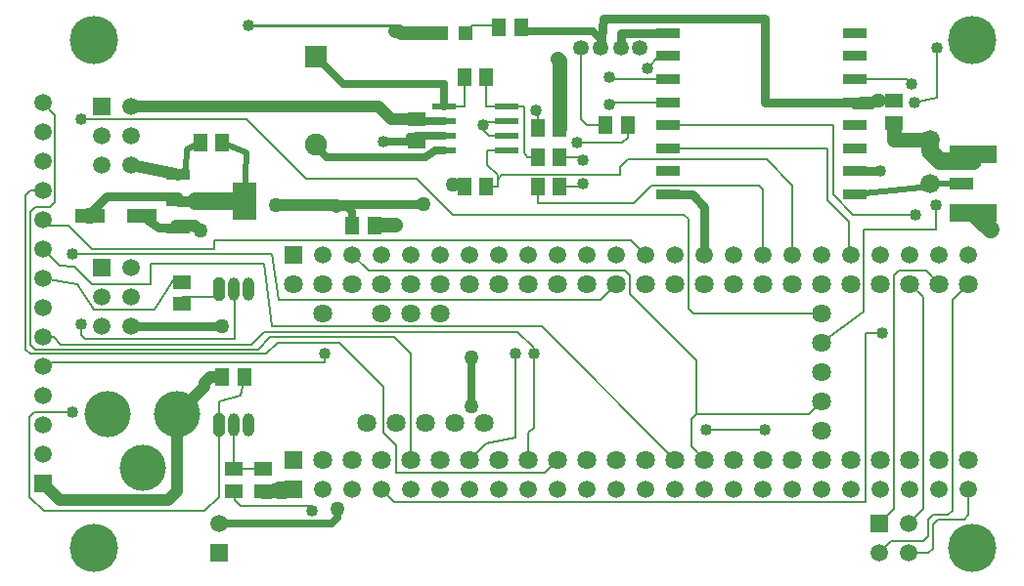
<source format=gtl>
G04 DipTrace 3.0.0.2*
G04 Teensy3.6TouchDisplayLoRa.gtl*
%MOIN*%
G04 #@! TF.FileFunction,Copper,L1,Top*
G04 #@! TF.Part,Single*
%AMOUTLINE4*
4,1,8,
-0.019685,-0.029528,
-0.009843,-0.03937,
0.009843,-0.03937,
0.019685,-0.029528,
0.019685,0.029528,
0.009843,0.03937,
-0.009843,0.03937,
-0.019685,0.029528,
-0.019685,-0.029528,
0*%
%AMOUTLINE7*
4,1,4,
-0.03937,-0.015748,
0.03937,-0.015748,
0.03937,0.015748,
-0.03937,0.015748,
-0.03937,-0.015748,
0*%
%AMOUTLINE8*
4,1,4,
0.03937,0.015748,
-0.03937,0.015748,
-0.03937,-0.015748,
0.03937,-0.015748,
0.03937,0.015748,
0*%
%AMOUTLINE9*
4,1,4,
0.08,-0.03,
0.08,0.03,
-0.08,0.03,
-0.08,-0.03,
0.08,-0.03,
0*%
%AMOUTLINE10*
4,1,4,
0.04,-0.02,
0.04,0.02,
-0.04,0.02,
-0.04,-0.02,
0.04,-0.02,
0*%
G04 #@! TA.AperFunction,ViaPad*
%ADD13C,0.04*%
G04 #@! TA.AperFunction,Conductor*
%ADD14C,0.025*%
%ADD15C,0.03*%
%ADD16C,0.02*%
%ADD18C,0.008*%
%ADD19C,0.06*%
%ADD20C,0.059055*%
%ADD22C,0.051181*%
%ADD24C,0.031496*%
%ADD25C,0.047244*%
%ADD27C,0.01*%
%ADD28C,0.037402*%
G04 #@! TA.AperFunction,ViaPad*
%ADD29C,0.05*%
G04 #@! TA.AperFunction,ComponentPad*
%ADD31C,0.066*%
%ADD32R,0.051181X0.059055*%
%ADD33R,0.059055X0.051181*%
%ADD35R,0.1X0.05*%
G04 #@! TA.AperFunction,ComponentPad*
%ADD36C,0.15748*%
%ADD37R,0.059055X0.059055*%
%ADD38C,0.059055*%
%ADD40C,0.05315*%
%ADD41R,0.047244X0.047244*%
G04 #@! TA.AperFunction,ComponentPad*
%ADD42O,0.03937X0.07874*%
%ADD43R,0.074803X0.074803*%
%ADD44C,0.074803*%
%ADD46R,0.064173X0.064173*%
%ADD47C,0.064173*%
%ADD50R,0.084646X0.037402*%
%ADD51R,0.084646X0.127953*%
%ADD52R,0.07874X0.023622*%
G04 #@! TA.AperFunction,ViaPad*
%ADD56C,0.165*%
G04 #@! TA.AperFunction,ComponentPad*
%ADD117OUTLINE4*%
%ADD120OUTLINE7*%
%ADD121OUTLINE8*%
%ADD122OUTLINE9*%
%ADD123OUTLINE10*%
%FSLAX26Y26*%
G04*
G70*
G90*
G75*
G01*
G04 Top*
%LPD*%
X1549830Y1612323D2*
D14*
Y1657572D1*
X1533701Y1673701D1*
X1493701D1*
D13*
Y1681066D1*
X1287357D1*
X1031134Y1593575D2*
X1012386Y1612323D1*
X947284D1*
D15*
X954528Y1603150D1*
X831201Y1643701D2*
X887399Y1606074D1*
X954528Y1603150D1*
X3343391Y2037278D2*
D14*
X3333656D1*
X3317701Y2021323D1*
X3262598D1*
Y2033071D1*
X3281701D1*
X3285990Y2037360D1*
X3393701D1*
X2393701Y2218701D2*
X2399740D1*
Y2243507D1*
X2368494Y2274753D1*
X2124822D1*
Y2287439D1*
X1499835Y643675D2*
Y615835D1*
X1477701Y593701D1*
X1093701D1*
X1956037Y1162370D2*
Y993701D1*
X1953701D1*
X2393701Y2218701D2*
D15*
X2405990Y2318499D1*
X2955932D1*
Y2033071D1*
X3262598D1*
X1493701Y1681066D2*
Y1685209D1*
X1793583D1*
X1892630Y1751251D2*
D18*
X1931299Y1743701D1*
X793701Y1268701D2*
D15*
X1106126D1*
X1549950Y1512454D2*
D18*
X1604704Y1457701D1*
X2479701D1*
X2495701Y1441701D1*
Y1377701D1*
X2721701Y1151701D1*
Y967701D1*
X3105197D1*
X3149950Y1012454D1*
X2749950Y812454D2*
X2705701Y856704D1*
Y951701D1*
X2721701Y967701D1*
X2953701Y913701D2*
X2753701D1*
X2649950Y812454D2*
X2193795Y1268609D1*
X1274858D1*
X1249861Y1481087D1*
X863163D1*
Y1410647D1*
X662044D1*
X602044Y1470647D1*
X551701Y1473701D1*
X493701Y1531701D1*
Y1631701D2*
Y1612323D1*
X581181D1*
X662423Y1531082D1*
X1078820D1*
Y1562328D1*
X2500076D1*
X2549950Y1512454D1*
X2449950Y1412454D2*
X2395197Y1357701D1*
X1299596D1*
X1274268Y1513701D1*
X593701D1*
X2313701Y1893701D2*
X2469701D1*
X2487042Y1911042D1*
Y1956037D1*
X1649950Y712454D2*
X1692704Y669701D1*
X3299646D1*
Y1243612D1*
X3355890D1*
X3455879Y2093523D2*
X3437591Y2111811D1*
X3262598D1*
X2424738Y2024780D2*
X2433029Y2033071D1*
X2624803D1*
X2424738Y2118520D2*
X2431446Y2111811D1*
X2624803D1*
X1456089Y1174869D2*
Y1143622D1*
X524937D1*
X513016Y1131701D1*
X493701D1*
X1749950Y812454D2*
Y1173701D1*
X1692538Y1231113D1*
X1268609D1*
X1227197Y1189701D1*
X467701D1*
X451701Y1205701D1*
Y1659701D1*
X467701Y1675701D1*
X519701D1*
X535701Y1691701D1*
Y1989701D1*
X493701Y2031701D1*
X3468378Y1649819D2*
X3255900D1*
X3187158Y1718562D1*
Y1954331D1*
X2624803D1*
X3649950Y712454D2*
Y623701D1*
X3633950Y607701D1*
X3543701D1*
X3527701Y591701D1*
Y509701D1*
X3511701Y493701D1*
X3443701D1*
X3649950Y1412454D2*
X3595701Y1358205D1*
Y639701D1*
X3579701Y623701D1*
X3527701D1*
X3511701Y607701D1*
Y551701D1*
X3495701Y535701D1*
X3385701D1*
X3343701Y493701D1*
X3549950Y1412454D2*
X3504704Y1457701D1*
X3411701D1*
X3395701Y1441701D1*
Y645701D1*
X3343701Y593701D1*
X3449950Y1412454D2*
X3495701Y1366704D1*
Y645701D1*
X3443701Y593701D1*
X3249950Y1512454D2*
X3243402D1*
Y1624822D1*
X3168410Y1699814D1*
Y1875591D1*
X2624803D1*
X3049950Y1512454D2*
Y1749701D1*
X2962352Y1837299D1*
X2487231D1*
X2462234Y1812302D1*
Y1785701D1*
X2059701D1*
X2043701Y1769701D1*
Y1785701D1*
X2009701Y1819701D1*
Y1868701D1*
X2075000D1*
X2043701Y1769701D2*
Y1743701D1*
X2006103D1*
X2555974Y2149767D2*
X2596759Y2190551D1*
X2624803D1*
X1949950Y812454D2*
X2006147Y868651D1*
X2106021Y887399D1*
Y1175954D1*
X1412344Y637425D2*
Y656173D1*
X1168620D1*
X1149872Y674921D1*
Y706299D1*
X1143701D1*
X493701Y1231701D2*
X530599D1*
X556184Y1206116D1*
X1206116D1*
X1249861Y1249861D1*
X2111541D1*
X2167701Y1193701D1*
Y1175683D1*
X2168515Y1174869D1*
Y922265D1*
X2149950Y903701D1*
Y812454D1*
X2249950D2*
X2205197Y767701D1*
X1699814D1*
Y862402D1*
X1656068Y906147D1*
Y1062381D1*
X1506084Y1212365D1*
X1293607D1*
X1254942Y1173701D1*
X451701D1*
X435701Y1189701D1*
Y1715701D1*
X451701Y1731701D1*
X493701D1*
X2949950Y1512454D2*
Y1733701D1*
X2933950Y1749701D1*
X2567701D1*
X2507701Y1689701D1*
X2181299D1*
Y1743701D1*
X3393701Y1962557D2*
D22*
Y1906200D1*
X3518701D1*
X2749950Y1512454D2*
D24*
Y1675701D1*
X2707541Y1718110D1*
X2624803D1*
X2463701Y2218701D2*
Y2269292D1*
X2624803D1*
X3518701Y1906200D2*
D19*
Y1866200D1*
X3551701Y1833200D1*
X3663702D1*
Y1856200D1*
X1693701Y1613701D2*
D22*
X1624633D1*
Y1612323D1*
X2249756Y2181013D2*
X2256103Y2174667D1*
Y1943701D1*
X1656068Y1899793D2*
D14*
X1768557D1*
Y1899982D1*
X1693701Y2273701D2*
D25*
X1708701D1*
X1713701Y2268701D1*
X1852352D1*
X3349641Y1799803D2*
D24*
X3346688Y1796851D1*
X3262598D1*
X1768557Y1899982D2*
D14*
X1745814Y1913411D1*
X1780149Y1918701D1*
X1862402D1*
X1193617Y2293502D2*
D27*
X1693701D1*
Y2273701D1*
X3663702Y1656200D2*
D19*
X3724601Y1599824D1*
X1243701Y706299D2*
D22*
X1303129Y709742D1*
D20*
X1349950Y712454D1*
X954528Y1693701D2*
D28*
X1015966D1*
D19*
X1182874D1*
X668672Y1649819D2*
D15*
X649924D1*
X712418Y1712313D1*
X954528D1*
Y1693701D1*
X656201Y1643701D2*
D29*
X649924D1*
Y1649819D1*
X1106103Y1893701D2*
D16*
X1179202Y1863925D1*
X1187368Y1862297D1*
X1182874Y1693701D1*
X1143701Y931145D2*
D18*
Y781103D1*
X1243701D1*
X968641Y1418593D2*
X940213Y1426286D1*
X876816Y1324853D1*
X668672D1*
X612428Y1412344D1*
X493701Y1431701D1*
X3262598Y1718110D2*
D16*
X3518701Y1743701D1*
Y1756200D1*
X3623702D1*
X1935029Y2268701D2*
D18*
X1959830Y2293502D1*
X2050019D1*
Y2287439D1*
X1093701Y1393701D2*
Y1368537D1*
X968641D1*
Y1343790D1*
X2328701Y2218701D2*
Y1975977D1*
X2348641Y1956037D1*
X2412239D1*
X624927Y1274858D2*
Y1237362D1*
X637425Y1224864D1*
X1149872D1*
Y1393701D1*
X1143701D1*
X1093701Y931145D2*
Y685701D1*
X1045425Y637425D1*
X497977D1*
X449701Y685701D1*
Y957701D1*
X465701Y973701D1*
X593701D1*
X1093701Y931145D2*
Y1012386D1*
X1168294Y1032393D1*
X1181103Y1093628D1*
X1424945Y1887843D2*
D14*
Y1880942D1*
X1462339Y1843549D1*
X1797789D1*
X1831050Y1868701D1*
X1862402D1*
X1931299Y2118701D2*
D18*
Y2018701D1*
X1862402D1*
D14*
Y2093523D1*
X1518478D1*
X1424945Y2187055D1*
X2006103Y2118701D2*
D18*
Y2018701D1*
X2075000D1*
X2134061D1*
Y1862534D1*
X2143701Y1843701D1*
X2181299D1*
X2333701Y1833701D2*
X2323701Y1843701D1*
X2256103D1*
X2333701Y1753701D2*
X2323701Y1743701D1*
X2256103D1*
X1993701Y1953701D2*
Y1938701D1*
X2013701Y1918701D1*
X2075000D1*
Y1968701D2*
Y1965191D1*
X1999122D1*
X1993701Y1953701D1*
X2174764Y2006032D2*
X2181299Y1999496D1*
Y1943701D1*
X3149950Y1212454D2*
X3293397Y1318604D1*
Y1599824D1*
X3537121D1*
Y1681066D1*
X3465903Y2031122D2*
X3543370Y2049777D1*
Y2218509D1*
X624927Y1974785D2*
X1188617D1*
X1391701Y1771701D1*
X1769701D1*
X1891701Y1649701D1*
X2679701D1*
X2695701Y1633701D1*
Y1329701D1*
X2712948Y1312454D1*
X3149950D1*
X953071Y968701D2*
D13*
Y705701D1*
X922292Y674921D1*
X550481D1*
X493701Y731701D1*
X1862402Y1968701D2*
D14*
X1748978D1*
X1768557Y1974785D1*
D13*
X1681066D1*
X1637150Y2018701D1*
X793701D1*
X953071Y968701D2*
X1045701Y1061331D1*
Y1075701D1*
X1063628Y1093628D1*
X1106299D1*
X793701Y1818701D2*
X943643Y1787305D1*
X954528Y1784252D1*
X1031299Y1893701D2*
D16*
X986595Y1872003D1*
X981139Y1806053D1*
X954528Y1784252D1*
D29*
X1793583Y1685209D3*
X1892630Y1751251D3*
X1106126Y1268701D3*
D13*
X2106021Y1175954D3*
X3724601Y1599824D3*
X3537121Y1681066D3*
X3465903Y2031122D3*
X3543370Y2218509D3*
D56*
X3661418Y511811D3*
X669292D3*
Y2244095D3*
X3661418D3*
D13*
X2249756Y2181013D3*
X1193617Y2293502D3*
X1656068Y1899793D3*
X1693701Y2273701D3*
X3349641Y1799803D3*
X1693701Y1613701D3*
D29*
X3343391Y2037278D3*
D13*
X2753701Y913701D3*
X2953701D3*
X593701Y1513701D3*
X2313701Y1893701D3*
X2424738Y2024780D3*
Y2118520D3*
X1456089Y1174869D3*
X3468378Y1649819D3*
X2555974Y2149767D3*
X2168515Y1174869D3*
X2333701Y1833701D3*
Y1753701D3*
X2174764Y2006032D3*
X1993701Y1953701D3*
X3455879Y2093523D3*
X3355890Y1243612D3*
X668672Y1649819D3*
D29*
X1499835Y643675D3*
X1953701Y993701D3*
X1956037Y1162370D3*
X1031134Y1593575D3*
X1287357Y1681066D3*
D13*
X1412344Y637425D3*
X624927Y1974785D3*
Y1274858D3*
X593701Y973701D3*
D31*
X3518701Y1756200D3*
D32*
X2256103Y1743701D3*
X2181299D3*
D33*
X3393701Y2037360D3*
Y1962557D3*
X1768557Y1974785D3*
Y1899982D3*
D32*
X1549830Y1612323D3*
X1624633D3*
X2256103Y1943701D3*
X2181299D3*
D35*
X831201Y1643701D3*
X656201D3*
D32*
X1031299Y1893701D3*
X1106103D3*
D31*
X3518701Y1906200D3*
D36*
X953071Y968701D3*
X716851D3*
X834961Y783662D3*
D37*
X493701Y731701D3*
D38*
Y831701D3*
Y931701D3*
Y1031701D3*
Y1131701D3*
Y1231701D3*
Y1331701D3*
Y1431701D3*
Y1531701D3*
Y1631701D3*
Y1731701D3*
Y1831701D3*
Y1931701D3*
Y2031701D3*
D37*
X1093701Y493701D3*
D38*
Y593701D3*
D37*
X3343701D3*
D38*
X3443701D3*
X3343701Y493701D3*
X3443701D3*
D40*
X2528701Y2218701D3*
X2463701D3*
X2393701D3*
X2328701D3*
D37*
X693701Y1468701D3*
D38*
X793701D3*
X693701Y1368701D3*
X793701D3*
X693701Y1268701D3*
X793701D3*
D37*
X693701Y2018701D3*
D38*
X793701D3*
X693701Y1918701D3*
X793701D3*
X693701Y1818701D3*
X793701D3*
D41*
X1935029Y2268701D3*
X1852352D3*
D117*
X1093701Y931145D3*
D42*
X1143701D3*
X1193701D3*
D117*
X1093701Y1393701D3*
D42*
X1143701D3*
X1193701D3*
D32*
X2006103Y2118701D3*
X1931299D3*
X1181103Y1093628D3*
X1106299D3*
D33*
X968641Y1418593D3*
Y1343790D3*
D32*
X1931299Y1743701D3*
X2006103D3*
X2050019Y2287439D3*
X2124822D3*
D33*
X1143701Y706299D3*
Y781103D3*
X1243701Y706299D3*
Y781103D3*
D32*
X2412239Y1956037D3*
X2487042D3*
X2256103Y1843701D3*
X2181299D3*
D43*
X1424945Y2187055D3*
D44*
Y1887843D3*
D120*
X3262598Y1718110D3*
Y1796851D3*
Y1875591D3*
Y1954331D3*
Y2033071D3*
Y2111811D3*
Y2190551D3*
Y2269292D3*
D121*
X2624803D3*
Y2190551D3*
Y2111811D3*
Y2033071D3*
Y1954331D3*
Y1875591D3*
Y1796851D3*
Y1718110D3*
D37*
X1349950Y712454D3*
D38*
X1449950D3*
X1549950D3*
X1649950D3*
X1749950D3*
X1849950D3*
X1949950D3*
X2049950D3*
X2149950D3*
X2249950D3*
X2349950D3*
X2449950D3*
X2549950D3*
X2649950D3*
X2749950D3*
X2849950D3*
X2949950D3*
X3049950D3*
X3149950D3*
X3249950D3*
X3349950D3*
X3449950D3*
X3549950D3*
X3649950D3*
D46*
X1349950Y812454D3*
D47*
X1449950D3*
X1549950D3*
X1649950D3*
X1749950D3*
X1849950D3*
X1949950D3*
X2049950D3*
X2149950D3*
X2249950D3*
X2349950D3*
X2449950D3*
X2549950D3*
X2649950D3*
X2749950D3*
X2849950D3*
X2949950D3*
X3049950D3*
X3149950D3*
X3249950D3*
X3349950D3*
X3449950D3*
X3549950D3*
X3649950D3*
X3149950Y912454D3*
Y1012454D3*
Y1112454D3*
Y1212454D3*
Y1312454D3*
Y1412454D3*
X3249950D3*
X3349950D3*
X3449950D3*
X3549950D3*
X3649950D3*
X3049950D3*
X2949950D3*
X2849950D3*
X2749950D3*
X2649950D3*
X2549950D3*
X2449950D3*
X2349950D3*
X2249950D3*
X2149950D3*
X2049950D3*
X1949950D3*
X1849950D3*
X1749950D3*
X1649950D3*
X1549950D3*
X1449950D3*
X1349950D3*
X1449950Y1312454D3*
X1649950D3*
X1749950D3*
X1849950D3*
X1599950Y937454D3*
X1699950D3*
X1799950D3*
X1899950D3*
X1999950D3*
D50*
X954528Y1784252D3*
Y1693701D3*
Y1603150D3*
D51*
X1182874Y1693701D3*
D52*
X2075000Y1868701D3*
Y1918701D3*
Y1968701D3*
Y2018701D3*
X1862402D3*
Y1968701D3*
Y1918701D3*
Y1868701D3*
D37*
X1349950Y1512454D3*
D38*
X1449950D3*
X1549950D3*
X1649950D3*
X1749950D3*
X1849950D3*
X1949950D3*
X2049950D3*
X2149950D3*
X2249950D3*
X2349950D3*
X2449950D3*
X2549950D3*
X2649950D3*
X2749950D3*
X2849950D3*
X2949950D3*
X3049950D3*
X3149950D3*
X3249950D3*
X3349950D3*
X3449950D3*
X3549950D3*
X3649950D3*
D122*
X3663702Y1856200D3*
Y1656200D3*
D123*
X3623702Y1756200D3*
M02*

</source>
